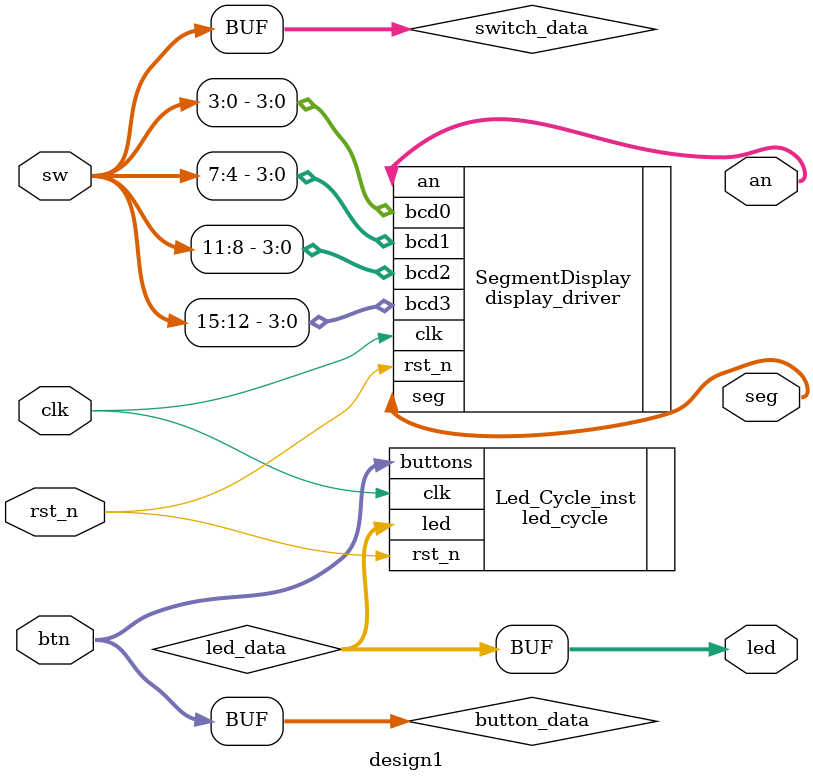
<source format=sv>
/*
 * Copyright (c) 2024 Devin Atkin
 * SPDX-License-Identifier: Apache-2.0
 */

`default_nettype none

module design1 (
    input  wire       clk,          // 100 MHz Basys 3 Clock
    input  wire       rst_n,        // Reset (active low)
    input  wire [15:0] sw,          // Basys 3 Switches
    input  wire [4:0]  btn,         // Basys 3 Buttons
    output wire [15:0] led,         // Basys 3 LEDs
    output wire [6:0]  seg,         // 7-segment display segments (A-G)
    output wire [3:0]  an           // 7-segment display anodes
);

    // Parameters
    parameter SWITCH_COUNT = 16;
    parameter BUTTON_COUNT = 5;
    parameter LED_COUNT = 16;

    // Internal signals
    logic [SWITCH_COUNT-1:0] switch_data;
    logic [BUTTON_COUNT-1:0] button_data;
    logic [LED_COUNT-1:0] led_data;

    // Connect Basys 3 switches and buttons to internal signals
    assign switch_data = sw;
    assign button_data = btn;

    // LED outputs
    assign led = led_data;

    // Display driver instantiation for Basys 3 7-segment display
    display_driver SegmentDisplay (
        .clk(clk),                   // 100 MHz System Clock
        .rst_n(rst_n),               // Active Low Reset
        .bcd0(switch_data[3:0]),     // BCD input for the first digit (seconds LSB)
        .bcd1(switch_data[7:4]),     // BCD input for the second digit (seconds MSB)
        .bcd2(switch_data[11:8]),    // BCD input for the third digit (minutes LSB)
        .bcd3(switch_data[15:12]),   // BCD input for the fourth digit (minutes MSB)
        .seg(seg),                   // Segment Outputs (A-G)
        .an(an)                      // Common Anode Outputs (0 = on, 1 = off)
    );

    // LED Cycle instantiation to control Basys 3 LEDs
    led_cycle Led_Cycle_inst (
        .clk(clk),
        .rst_n(rst_n),
        .buttons(button_data),
        .led(led_data)
    );

endmodule

</source>
